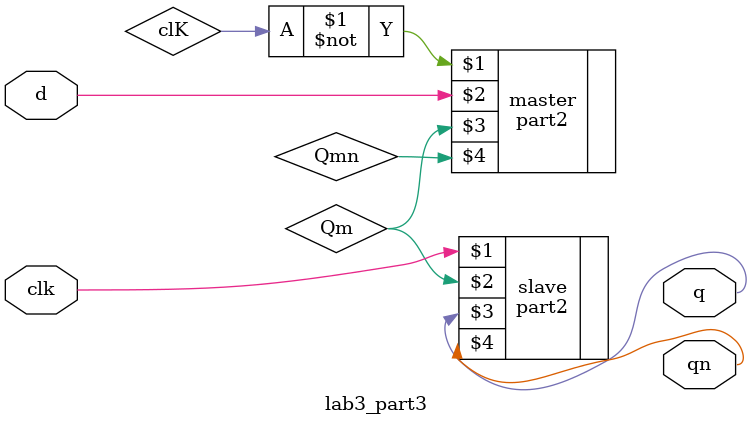
<source format=v>
module lab3_part3(input d,clk,output q,qn);
wire Qm,Qmn ;
part2 master(~clK,d,Qm,Qmn);
part2 slave(clk,Qm,q,qn);
endmodule 
</source>
